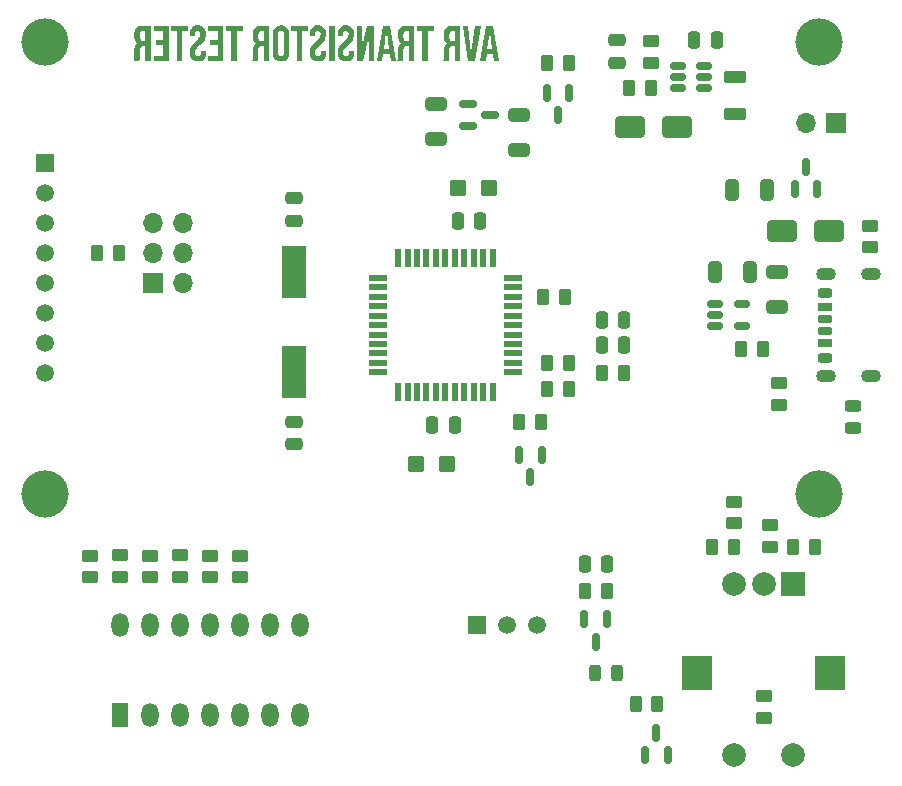
<source format=gbs>
%TF.GenerationSoftware,KiCad,Pcbnew,8.0.7*%
%TF.CreationDate,2024-12-15T20:11:51+01:00*%
%TF.ProjectId,transistor-tester,7472616e-7369-4737-946f-722d74657374,rev?*%
%TF.SameCoordinates,Original*%
%TF.FileFunction,Soldermask,Bot*%
%TF.FilePolarity,Negative*%
%FSLAX46Y46*%
G04 Gerber Fmt 4.6, Leading zero omitted, Abs format (unit mm)*
G04 Created by KiCad (PCBNEW 8.0.7) date 2024-12-15 20:11:51*
%MOMM*%
%LPD*%
G01*
G04 APERTURE LIST*
G04 Aperture macros list*
%AMRoundRect*
0 Rectangle with rounded corners*
0 $1 Rounding radius*
0 $2 $3 $4 $5 $6 $7 $8 $9 X,Y pos of 4 corners*
0 Add a 4 corners polygon primitive as box body*
4,1,4,$2,$3,$4,$5,$6,$7,$8,$9,$2,$3,0*
0 Add four circle primitives for the rounded corners*
1,1,$1+$1,$2,$3*
1,1,$1+$1,$4,$5*
1,1,$1+$1,$6,$7*
1,1,$1+$1,$8,$9*
0 Add four rect primitives between the rounded corners*
20,1,$1+$1,$2,$3,$4,$5,0*
20,1,$1+$1,$4,$5,$6,$7,0*
20,1,$1+$1,$6,$7,$8,$9,0*
20,1,$1+$1,$8,$9,$2,$3,0*%
G04 Aperture macros list end*
%ADD10C,0.150000*%
%ADD11R,2.000000X2.000000*%
%ADD12C,2.000000*%
%ADD13R,2.500000X3.000000*%
%ADD14C,4.000000*%
%ADD15R,1.500000X1.500000*%
%ADD16C,1.500000*%
%ADD17R,1.440000X2.000000*%
%ADD18O,1.440000X2.000000*%
%ADD19RoundRect,0.250000X-0.250000X-0.475000X0.250000X-0.475000X0.250000X0.475000X-0.250000X0.475000X0*%
%ADD20RoundRect,0.250000X0.450000X-0.262500X0.450000X0.262500X-0.450000X0.262500X-0.450000X-0.262500X0*%
%ADD21RoundRect,0.250000X-0.700000X0.275000X-0.700000X-0.275000X0.700000X-0.275000X0.700000X0.275000X0*%
%ADD22RoundRect,0.250000X0.325000X0.650000X-0.325000X0.650000X-0.325000X-0.650000X0.325000X-0.650000X0*%
%ADD23RoundRect,0.250000X0.475000X-0.250000X0.475000X0.250000X-0.475000X0.250000X-0.475000X-0.250000X0*%
%ADD24RoundRect,0.250000X0.250000X0.475000X-0.250000X0.475000X-0.250000X-0.475000X0.250000X-0.475000X0*%
%ADD25RoundRect,0.250000X-0.450000X-0.425000X0.450000X-0.425000X0.450000X0.425000X-0.450000X0.425000X0*%
%ADD26RoundRect,0.250000X-0.262500X-0.450000X0.262500X-0.450000X0.262500X0.450000X-0.262500X0.450000X0*%
%ADD27RoundRect,0.250000X0.450000X0.425000X-0.450000X0.425000X-0.450000X-0.425000X0.450000X-0.425000X0*%
%ADD28RoundRect,0.150000X-0.150000X0.587500X-0.150000X-0.587500X0.150000X-0.587500X0.150000X0.587500X0*%
%ADD29RoundRect,0.250000X-0.650000X0.325000X-0.650000X-0.325000X0.650000X-0.325000X0.650000X0.325000X0*%
%ADD30R,1.700000X1.700000*%
%ADD31O,1.700000X1.700000*%
%ADD32RoundRect,0.175000X-0.425000X0.175000X-0.425000X-0.175000X0.425000X-0.175000X0.425000X0.175000X0*%
%ADD33RoundRect,0.190000X0.410000X-0.190000X0.410000X0.190000X-0.410000X0.190000X-0.410000X-0.190000X0*%
%ADD34RoundRect,0.200000X0.400000X-0.200000X0.400000X0.200000X-0.400000X0.200000X-0.400000X-0.200000X0*%
%ADD35RoundRect,0.175000X0.425000X-0.175000X0.425000X0.175000X-0.425000X0.175000X-0.425000X-0.175000X0*%
%ADD36RoundRect,0.190000X-0.410000X0.190000X-0.410000X-0.190000X0.410000X-0.190000X0.410000X0.190000X0*%
%ADD37RoundRect,0.200000X-0.400000X0.200000X-0.400000X-0.200000X0.400000X-0.200000X0.400000X0.200000X0*%
%ADD38O,1.700000X1.100000*%
%ADD39RoundRect,0.250000X-0.325000X-0.650000X0.325000X-0.650000X0.325000X0.650000X-0.325000X0.650000X0*%
%ADD40RoundRect,0.250000X-0.450000X0.262500X-0.450000X-0.262500X0.450000X-0.262500X0.450000X0.262500X0*%
%ADD41RoundRect,0.150000X-0.587500X-0.150000X0.587500X-0.150000X0.587500X0.150000X-0.587500X0.150000X0*%
%ADD42RoundRect,0.150000X-0.512500X-0.150000X0.512500X-0.150000X0.512500X0.150000X-0.512500X0.150000X0*%
%ADD43RoundRect,0.250000X-0.475000X0.250000X-0.475000X-0.250000X0.475000X-0.250000X0.475000X0.250000X0*%
%ADD44RoundRect,0.243750X0.456250X-0.243750X0.456250X0.243750X-0.456250X0.243750X-0.456250X-0.243750X0*%
%ADD45RoundRect,0.250000X-1.000000X-0.650000X1.000000X-0.650000X1.000000X0.650000X-1.000000X0.650000X0*%
%ADD46RoundRect,0.250000X0.262500X0.450000X-0.262500X0.450000X-0.262500X-0.450000X0.262500X-0.450000X0*%
%ADD47RoundRect,0.243750X-0.243750X-0.456250X0.243750X-0.456250X0.243750X0.456250X-0.243750X0.456250X0*%
%ADD48R,1.500000X0.550000*%
%ADD49R,0.550000X1.500000*%
%ADD50RoundRect,0.150000X0.150000X-0.587500X0.150000X0.587500X-0.150000X0.587500X-0.150000X-0.587500X0*%
%ADD51RoundRect,0.250000X0.650000X-0.325000X0.650000X0.325000X-0.650000X0.325000X-0.650000X-0.325000X0*%
%ADD52R,2.000000X4.500000*%
G04 APERTURE END LIST*
D10*
G36*
X152222441Y-60831000D02*
G01*
X151791597Y-60831000D01*
X151707333Y-60268264D01*
X151179769Y-60268264D01*
X151095505Y-60831000D01*
X150630955Y-60831000D01*
X150791422Y-59846212D01*
X151234723Y-59846212D01*
X151652378Y-59846212D01*
X151450145Y-58406401D01*
X151441353Y-58406401D01*
X151234723Y-59846212D01*
X150791422Y-59846212D01*
X151112357Y-57876638D01*
X151741039Y-57876638D01*
X152222441Y-60831000D01*
G37*
G36*
X150657333Y-57876638D02*
G01*
X150189120Y-57876638D01*
X149885037Y-60178138D01*
X149876244Y-60178138D01*
X149572895Y-57876638D01*
X149146447Y-57876638D01*
X149593411Y-60831000D01*
X150209636Y-60831000D01*
X150657333Y-57876638D01*
G37*
G36*
X148931757Y-60831000D02*
G01*
X148467207Y-60831000D01*
X148467207Y-59564845D01*
X148306740Y-59564845D01*
X148215750Y-59572716D01*
X148081060Y-59645445D01*
X148028329Y-59774013D01*
X148015847Y-59927545D01*
X148015847Y-60468299D01*
X148015343Y-60544090D01*
X148007787Y-60696177D01*
X147973348Y-60831000D01*
X147500739Y-60831000D01*
X147504854Y-60821557D01*
X147543237Y-60677859D01*
X147547487Y-60624135D01*
X147551297Y-60472695D01*
X147551297Y-59954656D01*
X147555647Y-59830779D01*
X147575837Y-59681834D01*
X147620906Y-59537734D01*
X147629996Y-59518637D01*
X147722990Y-59401687D01*
X147859775Y-59331104D01*
X147859775Y-59323044D01*
X147805433Y-59297119D01*
X147686650Y-59198830D01*
X147605879Y-59058135D01*
X147566384Y-58900240D01*
X147555693Y-58739060D01*
X147555693Y-58602772D01*
X148020243Y-58602772D01*
X148020243Y-58830651D01*
X148028468Y-58935084D01*
X148089852Y-59070986D01*
X148151848Y-59114743D01*
X148298680Y-59142793D01*
X148467207Y-59142793D01*
X148467207Y-58298690D01*
X148256182Y-58298690D01*
X148212613Y-58301214D01*
X148077396Y-58370497D01*
X148038327Y-58450299D01*
X148020243Y-58602772D01*
X147555693Y-58602772D01*
X147555693Y-58557343D01*
X147559718Y-58453419D01*
X147582902Y-58305374D01*
X147633617Y-58165645D01*
X147720557Y-58043700D01*
X147814804Y-57970610D01*
X147949954Y-57913346D01*
X148095973Y-57884632D01*
X148243725Y-57876638D01*
X148931757Y-57876638D01*
X148931757Y-60831000D01*
G37*
G36*
X146206007Y-58298690D02*
G01*
X146691806Y-58298690D01*
X146691806Y-57876638D01*
X145256391Y-57876638D01*
X145256391Y-58298690D01*
X145742190Y-58298690D01*
X145742190Y-60831000D01*
X146206007Y-60831000D01*
X146206007Y-58298690D01*
G37*
G36*
X145042434Y-60831000D02*
G01*
X144577884Y-60831000D01*
X144577884Y-59564845D01*
X144417417Y-59564845D01*
X144326427Y-59572716D01*
X144191736Y-59645445D01*
X144139006Y-59774013D01*
X144126524Y-59927545D01*
X144126524Y-60468299D01*
X144126020Y-60544090D01*
X144118464Y-60696177D01*
X144084025Y-60831000D01*
X143611415Y-60831000D01*
X143615531Y-60821557D01*
X143653914Y-60677859D01*
X143658164Y-60624135D01*
X143661974Y-60472695D01*
X143661974Y-59954656D01*
X143666324Y-59830779D01*
X143686514Y-59681834D01*
X143731583Y-59537734D01*
X143740673Y-59518637D01*
X143833667Y-59401687D01*
X143970452Y-59331104D01*
X143970452Y-59323044D01*
X143916110Y-59297119D01*
X143797327Y-59198830D01*
X143716556Y-59058135D01*
X143677060Y-58900240D01*
X143666370Y-58739060D01*
X143666370Y-58602772D01*
X144130920Y-58602772D01*
X144130920Y-58830651D01*
X144139145Y-58935084D01*
X144200529Y-59070986D01*
X144262525Y-59114743D01*
X144409357Y-59142793D01*
X144577884Y-59142793D01*
X144577884Y-58298690D01*
X144366859Y-58298690D01*
X144323290Y-58301214D01*
X144188073Y-58370497D01*
X144149003Y-58450299D01*
X144130920Y-58602772D01*
X143666370Y-58602772D01*
X143666370Y-58557343D01*
X143670395Y-58453419D01*
X143693579Y-58305374D01*
X143744294Y-58165645D01*
X143831234Y-58043700D01*
X143925481Y-57970610D01*
X144060631Y-57913346D01*
X144206650Y-57884632D01*
X144354402Y-57876638D01*
X145042434Y-57876638D01*
X145042434Y-60831000D01*
G37*
G36*
X143473662Y-60831000D02*
G01*
X143042818Y-60831000D01*
X142958554Y-60268264D01*
X142430990Y-60268264D01*
X142346726Y-60831000D01*
X141882176Y-60831000D01*
X142042644Y-59846212D01*
X142485944Y-59846212D01*
X142903600Y-59846212D01*
X142701367Y-58406401D01*
X142692574Y-58406401D01*
X142485944Y-59846212D01*
X142042644Y-59846212D01*
X142363579Y-57876638D01*
X142992260Y-57876638D01*
X143473662Y-60831000D01*
G37*
G36*
X141668952Y-57876638D02*
G01*
X141086433Y-57876638D01*
X140635072Y-59661565D01*
X140626279Y-59661565D01*
X140626279Y-57876638D01*
X140213020Y-57876638D01*
X140213020Y-60831000D01*
X140690027Y-60831000D01*
X141246900Y-58704621D01*
X141254960Y-58704621D01*
X141254960Y-60831000D01*
X141668952Y-60831000D01*
X141668952Y-57876638D01*
G37*
G36*
X139271464Y-60877894D02*
G01*
X139430054Y-60865850D01*
X139583835Y-60823507D01*
X139711534Y-60750677D01*
X139782176Y-60685187D01*
X139865767Y-60563574D01*
X139922001Y-60415531D01*
X139949021Y-60261750D01*
X139955100Y-60132709D01*
X139955100Y-59963449D01*
X139516196Y-59963449D01*
X139516196Y-60167147D01*
X139492725Y-60319389D01*
X139392038Y-60433006D01*
X139275861Y-60455842D01*
X139131055Y-60416687D01*
X139097075Y-60386233D01*
X139041536Y-60248646D01*
X139035526Y-60159087D01*
X139051654Y-60004794D01*
X139104731Y-59858466D01*
X139119789Y-59831558D01*
X139211956Y-59706629D01*
X139315110Y-59597693D01*
X139431932Y-59490106D01*
X139549320Y-59381218D01*
X139663214Y-59262528D01*
X139765506Y-59136336D01*
X139833467Y-59030685D01*
X139893359Y-58896920D01*
X139931069Y-58752993D01*
X139946596Y-58598905D01*
X139947040Y-58566868D01*
X139935957Y-58400951D01*
X139902710Y-58254909D01*
X139838812Y-58114369D01*
X139769720Y-58022451D01*
X139643224Y-57920828D01*
X139502581Y-57861548D01*
X139356253Y-57834448D01*
X139254612Y-57829743D01*
X139098082Y-57841788D01*
X138946292Y-57884131D01*
X138807817Y-57966935D01*
X138750494Y-58022451D01*
X138667966Y-58144064D01*
X138612446Y-58292107D01*
X138585771Y-58445888D01*
X138579769Y-58574928D01*
X138579769Y-58698027D01*
X139018673Y-58698027D01*
X139018673Y-58544886D01*
X139037452Y-58399033D01*
X139078024Y-58322137D01*
X139209557Y-58254268D01*
X139250215Y-58251795D01*
X139391758Y-58291671D01*
X139471375Y-58424870D01*
X139482490Y-58535361D01*
X139463492Y-58681817D01*
X139406498Y-58818936D01*
X139396028Y-58836512D01*
X139302438Y-58959544D01*
X139198683Y-59067678D01*
X139081688Y-59175033D01*
X138963082Y-59284061D01*
X138848742Y-59403256D01*
X138747151Y-59530452D01*
X138680885Y-59637385D01*
X138622925Y-59773999D01*
X138586432Y-59924637D01*
X138571942Y-60072203D01*
X138570976Y-60123916D01*
X138579566Y-60275140D01*
X138610421Y-60428131D01*
X138671955Y-60574957D01*
X138750494Y-60682988D01*
X138864283Y-60777205D01*
X139003689Y-60840588D01*
X139149113Y-60871042D01*
X139271464Y-60877894D01*
G37*
G36*
X138313055Y-57876638D02*
G01*
X137848505Y-57876638D01*
X137848505Y-60831000D01*
X138313055Y-60831000D01*
X138313055Y-57876638D01*
G37*
G36*
X136903286Y-60877894D02*
G01*
X137061876Y-60865850D01*
X137215656Y-60823507D01*
X137343355Y-60750677D01*
X137413997Y-60685187D01*
X137497589Y-60563574D01*
X137553823Y-60415531D01*
X137580842Y-60261750D01*
X137586921Y-60132709D01*
X137586921Y-59963449D01*
X137148017Y-59963449D01*
X137148017Y-60167147D01*
X137124547Y-60319389D01*
X137023860Y-60433006D01*
X136907682Y-60455842D01*
X136762877Y-60416687D01*
X136728896Y-60386233D01*
X136673358Y-60248646D01*
X136667347Y-60159087D01*
X136683476Y-60004794D01*
X136736552Y-59858466D01*
X136751611Y-59831558D01*
X136843777Y-59706629D01*
X136946932Y-59597693D01*
X137063753Y-59490106D01*
X137181141Y-59381218D01*
X137295035Y-59262528D01*
X137397328Y-59136336D01*
X137465288Y-59030685D01*
X137525180Y-58896920D01*
X137562890Y-58752993D01*
X137578418Y-58598905D01*
X137578861Y-58566868D01*
X137567779Y-58400951D01*
X137534531Y-58254909D01*
X137470634Y-58114369D01*
X137401541Y-58022451D01*
X137275045Y-57920828D01*
X137134402Y-57861548D01*
X136988074Y-57834448D01*
X136886433Y-57829743D01*
X136729904Y-57841788D01*
X136578113Y-57884131D01*
X136439639Y-57966935D01*
X136382316Y-58022451D01*
X136299787Y-58144064D01*
X136244268Y-58292107D01*
X136217592Y-58445888D01*
X136211590Y-58574928D01*
X136211590Y-58698027D01*
X136650494Y-58698027D01*
X136650494Y-58544886D01*
X136669273Y-58399033D01*
X136709845Y-58322137D01*
X136841379Y-58254268D01*
X136882036Y-58251795D01*
X137023579Y-58291671D01*
X137103197Y-58424870D01*
X137114311Y-58535361D01*
X137095313Y-58681817D01*
X137038319Y-58818936D01*
X137027849Y-58836512D01*
X136934260Y-58959544D01*
X136830504Y-59067678D01*
X136713509Y-59175033D01*
X136594903Y-59284061D01*
X136480563Y-59403256D01*
X136378973Y-59530452D01*
X136312706Y-59637385D01*
X136254746Y-59773999D01*
X136218253Y-59924637D01*
X136203763Y-60072203D01*
X136202797Y-60123916D01*
X136211387Y-60275140D01*
X136242242Y-60428131D01*
X136303776Y-60574957D01*
X136382316Y-60682988D01*
X136496104Y-60777205D01*
X136635511Y-60840588D01*
X136780934Y-60871042D01*
X136903286Y-60877894D01*
G37*
G36*
X135581443Y-58298690D02*
G01*
X136067242Y-58298690D01*
X136067242Y-57876638D01*
X134631827Y-57876638D01*
X134631827Y-58298690D01*
X135117626Y-58298690D01*
X135117626Y-60831000D01*
X135581443Y-60831000D01*
X135581443Y-58298690D01*
G37*
G36*
X133886954Y-57836596D02*
G01*
X134032973Y-57867050D01*
X134173269Y-57930432D01*
X134288177Y-58024649D01*
X134367358Y-58132131D01*
X134429394Y-58277025D01*
X134460501Y-58427131D01*
X134469161Y-58574928D01*
X134469161Y-60132709D01*
X134462799Y-60260333D01*
X134434520Y-60412946D01*
X134375665Y-60560661D01*
X134288177Y-60682988D01*
X134214392Y-60749226D01*
X134082559Y-60822887D01*
X133925339Y-60865713D01*
X133764277Y-60877894D01*
X133641625Y-60871042D01*
X133495720Y-60840588D01*
X133355663Y-60777205D01*
X133241108Y-60682988D01*
X133161607Y-60575506D01*
X133099320Y-60430613D01*
X133068087Y-60280506D01*
X133059392Y-60132709D01*
X133059392Y-58574928D01*
X133060932Y-58544154D01*
X133523942Y-58544154D01*
X133523942Y-60163484D01*
X133535442Y-60277401D01*
X133617822Y-60414730D01*
X133764277Y-60455842D01*
X133880454Y-60432716D01*
X133981141Y-60317657D01*
X134004612Y-60163484D01*
X134004612Y-58544154D01*
X133993111Y-58430237D01*
X133910731Y-58292908D01*
X133764277Y-58251795D01*
X133648099Y-58274921D01*
X133547412Y-58389980D01*
X133523942Y-58544154D01*
X133060932Y-58544154D01*
X133065780Y-58447305D01*
X133094173Y-58294691D01*
X133153267Y-58146977D01*
X133241108Y-58024649D01*
X133314645Y-57958412D01*
X133446201Y-57884751D01*
X133603259Y-57841925D01*
X133764277Y-57829743D01*
X133886954Y-57836596D01*
G37*
G36*
X132756042Y-60831000D02*
G01*
X132291492Y-60831000D01*
X132291492Y-59564845D01*
X132131025Y-59564845D01*
X132040035Y-59572716D01*
X131905344Y-59645445D01*
X131852614Y-59774013D01*
X131840131Y-59927545D01*
X131840131Y-60468299D01*
X131839628Y-60544090D01*
X131832071Y-60696177D01*
X131797633Y-60831000D01*
X131325023Y-60831000D01*
X131329139Y-60821557D01*
X131367521Y-60677859D01*
X131371772Y-60624135D01*
X131375581Y-60472695D01*
X131375581Y-59954656D01*
X131379932Y-59830779D01*
X131400121Y-59681834D01*
X131445191Y-59537734D01*
X131454281Y-59518637D01*
X131547275Y-59401687D01*
X131684060Y-59331104D01*
X131684060Y-59323044D01*
X131629717Y-59297119D01*
X131510935Y-59198830D01*
X131430163Y-59058135D01*
X131390668Y-58900240D01*
X131379978Y-58739060D01*
X131379978Y-58602772D01*
X131844528Y-58602772D01*
X131844528Y-58830651D01*
X131852753Y-58935084D01*
X131914137Y-59070986D01*
X131976133Y-59114743D01*
X132122965Y-59142793D01*
X132291492Y-59142793D01*
X132291492Y-58298690D01*
X132080466Y-58298690D01*
X132036898Y-58301214D01*
X131901681Y-58370497D01*
X131862611Y-58450299D01*
X131844528Y-58602772D01*
X131379978Y-58602772D01*
X131379978Y-58557343D01*
X131384003Y-58453419D01*
X131407187Y-58305374D01*
X131457902Y-58165645D01*
X131544842Y-58043700D01*
X131639089Y-57970610D01*
X131774239Y-57913346D01*
X131920258Y-57884632D01*
X132068010Y-57876638D01*
X132756042Y-57876638D01*
X132756042Y-60831000D01*
G37*
G36*
X130030292Y-58298690D02*
G01*
X130516091Y-58298690D01*
X130516091Y-57876638D01*
X129080676Y-57876638D01*
X129080676Y-58298690D01*
X129566475Y-58298690D01*
X129566475Y-60831000D01*
X130030292Y-60831000D01*
X130030292Y-58298690D01*
G37*
G36*
X128866719Y-57876638D02*
G01*
X127600564Y-57876638D01*
X127600564Y-58298690D01*
X128402169Y-58298690D01*
X128402169Y-59095898D01*
X127764695Y-59095898D01*
X127764695Y-59517950D01*
X128402169Y-59517950D01*
X128402169Y-60408948D01*
X127600564Y-60408948D01*
X127600564Y-60831000D01*
X128866719Y-60831000D01*
X128866719Y-57876638D01*
G37*
G36*
X126730083Y-60877894D02*
G01*
X126888672Y-60865850D01*
X127042453Y-60823507D01*
X127170152Y-60750677D01*
X127240794Y-60685187D01*
X127324385Y-60563574D01*
X127380620Y-60415531D01*
X127407639Y-60261750D01*
X127413718Y-60132709D01*
X127413718Y-59963449D01*
X126974814Y-59963449D01*
X126974814Y-60167147D01*
X126951344Y-60319389D01*
X126850656Y-60433006D01*
X126734479Y-60455842D01*
X126589673Y-60416687D01*
X126555693Y-60386233D01*
X126500155Y-60248646D01*
X126494144Y-60159087D01*
X126510273Y-60004794D01*
X126563349Y-59858466D01*
X126578408Y-59831558D01*
X126670574Y-59706629D01*
X126773729Y-59597693D01*
X126890550Y-59490106D01*
X127007938Y-59381218D01*
X127121832Y-59262528D01*
X127224125Y-59136336D01*
X127292085Y-59030685D01*
X127351977Y-58896920D01*
X127389687Y-58752993D01*
X127405215Y-58598905D01*
X127405658Y-58566868D01*
X127394576Y-58400951D01*
X127361328Y-58254909D01*
X127297431Y-58114369D01*
X127228338Y-58022451D01*
X127101842Y-57920828D01*
X126961199Y-57861548D01*
X126814871Y-57834448D01*
X126713230Y-57829743D01*
X126556701Y-57841788D01*
X126404910Y-57884131D01*
X126266436Y-57966935D01*
X126209113Y-58022451D01*
X126126584Y-58144064D01*
X126071065Y-58292107D01*
X126044389Y-58445888D01*
X126038387Y-58574928D01*
X126038387Y-58698027D01*
X126477291Y-58698027D01*
X126477291Y-58544886D01*
X126496070Y-58399033D01*
X126536642Y-58322137D01*
X126668176Y-58254268D01*
X126708833Y-58251795D01*
X126850376Y-58291671D01*
X126929994Y-58424870D01*
X126941108Y-58535361D01*
X126922110Y-58681817D01*
X126865116Y-58818936D01*
X126854646Y-58836512D01*
X126761057Y-58959544D01*
X126657301Y-59067678D01*
X126540306Y-59175033D01*
X126421700Y-59284061D01*
X126307360Y-59403256D01*
X126205769Y-59530452D01*
X126139503Y-59637385D01*
X126081543Y-59773999D01*
X126045050Y-59924637D01*
X126030560Y-60072203D01*
X126029594Y-60123916D01*
X126038184Y-60275140D01*
X126069039Y-60428131D01*
X126130573Y-60574957D01*
X126209113Y-60682988D01*
X126322901Y-60777205D01*
X126462307Y-60840588D01*
X126607731Y-60871042D01*
X126730083Y-60877894D01*
G37*
G36*
X125408240Y-58298690D02*
G01*
X125894039Y-58298690D01*
X125894039Y-57876638D01*
X124458624Y-57876638D01*
X124458624Y-58298690D01*
X124944423Y-58298690D01*
X124944423Y-60831000D01*
X125408240Y-60831000D01*
X125408240Y-58298690D01*
G37*
G36*
X124244667Y-57876638D02*
G01*
X122978512Y-57876638D01*
X122978512Y-58298690D01*
X123780117Y-58298690D01*
X123780117Y-59095898D01*
X123142644Y-59095898D01*
X123142644Y-59517950D01*
X123780117Y-59517950D01*
X123780117Y-60408948D01*
X122978512Y-60408948D01*
X122978512Y-60831000D01*
X124244667Y-60831000D01*
X124244667Y-57876638D01*
G37*
G36*
X122720592Y-60831000D02*
G01*
X122256042Y-60831000D01*
X122256042Y-59564845D01*
X122095575Y-59564845D01*
X122004585Y-59572716D01*
X121869894Y-59645445D01*
X121817163Y-59774013D01*
X121804681Y-59927545D01*
X121804681Y-60468299D01*
X121804178Y-60544090D01*
X121796621Y-60696177D01*
X121762183Y-60831000D01*
X121289573Y-60831000D01*
X121293689Y-60821557D01*
X121332071Y-60677859D01*
X121336322Y-60624135D01*
X121340131Y-60472695D01*
X121340131Y-59954656D01*
X121344482Y-59830779D01*
X121364671Y-59681834D01*
X121409741Y-59537734D01*
X121418831Y-59518637D01*
X121511825Y-59401687D01*
X121648610Y-59331104D01*
X121648610Y-59323044D01*
X121594267Y-59297119D01*
X121475485Y-59198830D01*
X121394713Y-59058135D01*
X121355218Y-58900240D01*
X121344528Y-58739060D01*
X121344528Y-58602772D01*
X121809078Y-58602772D01*
X121809078Y-58830651D01*
X121817303Y-58935084D01*
X121878687Y-59070986D01*
X121940683Y-59114743D01*
X122087515Y-59142793D01*
X122256042Y-59142793D01*
X122256042Y-58298690D01*
X122045016Y-58298690D01*
X122001448Y-58301214D01*
X121866230Y-58370497D01*
X121827161Y-58450299D01*
X121809078Y-58602772D01*
X121344528Y-58602772D01*
X121344528Y-58557343D01*
X121348553Y-58453419D01*
X121371737Y-58305374D01*
X121422452Y-58165645D01*
X121509392Y-58043700D01*
X121603639Y-57970610D01*
X121738789Y-57913346D01*
X121884808Y-57884632D01*
X122032560Y-57876638D01*
X122720592Y-57876638D01*
X122720592Y-60831000D01*
G37*
D11*
%TO.C,SW1*%
X177125000Y-105145000D03*
D12*
X172125000Y-105145000D03*
X174625000Y-105145000D03*
D13*
X180225000Y-112645000D03*
X169025000Y-112645000D03*
D12*
X177125000Y-119645000D03*
X172125000Y-119645000D03*
%TD*%
D14*
%TO.C,J7*%
X113792000Y-59236000D03*
X113792000Y-97536000D03*
X179292000Y-59236000D03*
X179292000Y-97536000D03*
D15*
X113772000Y-69486000D03*
D16*
X113772000Y-72026000D03*
X113772000Y-74566000D03*
X113772000Y-77106000D03*
X113772000Y-79646000D03*
X113772000Y-82186000D03*
X113772000Y-84726000D03*
X113772000Y-87266000D03*
%TD*%
D15*
%TO.C,J5*%
X150368000Y-108585000D03*
D16*
X152908000Y-108585000D03*
X155448000Y-108585000D03*
%TD*%
D17*
%TO.C,J4*%
X120142000Y-116205000D03*
D18*
X122682000Y-116205000D03*
X125222000Y-116205000D03*
X127762000Y-116205000D03*
X130302000Y-116205000D03*
X132842000Y-116205000D03*
X135382000Y-116205000D03*
X135382000Y-108585000D03*
X132842000Y-108585000D03*
X130302000Y-108585000D03*
X127762000Y-108585000D03*
X125222000Y-108585000D03*
X122682000Y-108585000D03*
X120142000Y-108585000D03*
%TD*%
D19*
%TO.C,C11*%
X160924200Y-84886800D03*
X162824200Y-84886800D03*
%TD*%
D20*
%TO.C,R4*%
X165049200Y-60985400D03*
X165049200Y-59160400D03*
%TD*%
D21*
%TO.C,L1*%
X172212000Y-62204600D03*
X172212000Y-65354600D03*
%TD*%
D22*
%TO.C,C3*%
X174904400Y-71729600D03*
X171954400Y-71729600D03*
%TD*%
D19*
%TO.C,C6*%
X148717000Y-74422000D03*
X150617000Y-74422000D03*
%TD*%
D23*
%TO.C,C5*%
X162204400Y-61010800D03*
X162204400Y-59110800D03*
%TD*%
D24*
%TO.C,C7*%
X148463000Y-91694000D03*
X146563000Y-91694000D03*
%TD*%
D25*
%TO.C,C17*%
X148717000Y-71628000D03*
X151417000Y-71628000D03*
%TD*%
D26*
%TO.C,R6*%
X118190000Y-77089000D03*
X120015000Y-77089000D03*
%TD*%
D27*
%TO.C,C15*%
X147861000Y-94996000D03*
X145161000Y-94996000D03*
%TD*%
D28*
%TO.C,Q2*%
X156277900Y-63527700D03*
X158177900Y-63527700D03*
X157227900Y-65402700D03*
%TD*%
D29*
%TO.C,C12*%
X153875100Y-65426800D03*
X153875100Y-68376800D03*
%TD*%
D30*
%TO.C,J2*%
X180746400Y-66090800D03*
D31*
X178206400Y-66090800D03*
%TD*%
D32*
%TO.C,J1*%
X179796400Y-82710400D03*
D33*
X179796400Y-84730400D03*
D34*
X179796400Y-85960400D03*
D35*
X179796400Y-83710400D03*
D36*
X179796400Y-81690400D03*
D37*
X179796400Y-80460400D03*
D38*
X183676400Y-78890400D03*
X179876400Y-78890400D03*
X183676400Y-87530400D03*
X179876400Y-87530400D03*
%TD*%
D39*
%TO.C,C1*%
X170481200Y-78740000D03*
X173431200Y-78740000D03*
%TD*%
D30*
%TO.C,J3*%
X122936000Y-79629000D03*
D31*
X125476000Y-79629000D03*
X122936000Y-77089000D03*
X125476000Y-77089000D03*
X122936000Y-74549000D03*
X125476000Y-74549000D03*
%TD*%
D40*
%TO.C,R9*%
X120142000Y-102696000D03*
X120142000Y-104521000D03*
%TD*%
D41*
%TO.C,U5*%
X149561700Y-66378600D03*
X149561700Y-64478600D03*
X151436700Y-65428600D03*
%TD*%
D42*
%TO.C,U2*%
X170484800Y-83281600D03*
X170484800Y-82331600D03*
X170484800Y-81381600D03*
X172759800Y-81381600D03*
X172759800Y-83281600D03*
%TD*%
D40*
%TO.C,R10*%
X122682000Y-102719500D03*
X122682000Y-104544500D03*
%TD*%
D43*
%TO.C,C10*%
X134823200Y-91404400D03*
X134823200Y-93304400D03*
%TD*%
D44*
%TO.C,D4*%
X182191900Y-91894900D03*
X182191900Y-90019900D03*
%TD*%
D45*
%TO.C,D1*%
X176174400Y-75209400D03*
X180174400Y-75209400D03*
%TD*%
D26*
%TO.C,R22*%
X159524100Y-105691700D03*
X161349100Y-105691700D03*
%TD*%
%TO.C,R24*%
X163783000Y-115316000D03*
X165608000Y-115316000D03*
%TD*%
D40*
%TO.C,R2*%
X183667400Y-74804900D03*
X183667400Y-76629900D03*
%TD*%
D46*
%TO.C,R5*%
X155749000Y-91440000D03*
X153924000Y-91440000D03*
%TD*%
D28*
%TO.C,U4*%
X153924000Y-94234000D03*
X155824000Y-94234000D03*
X154874000Y-96109000D03*
%TD*%
D19*
%TO.C,C14*%
X159486600Y-103456500D03*
X161386600Y-103456500D03*
%TD*%
D24*
%TO.C,C4*%
X170637200Y-59055000D03*
X168737200Y-59055000D03*
%TD*%
D40*
%TO.C,R11*%
X125222000Y-102696000D03*
X125222000Y-104521000D03*
%TD*%
%TO.C,R8*%
X117602000Y-102719500D03*
X117602000Y-104544500D03*
%TD*%
D47*
%TO.C,D3*%
X160375600Y-112623600D03*
X162250600Y-112623600D03*
%TD*%
D40*
%TO.C,R12*%
X127762000Y-102719500D03*
X127762000Y-104544500D03*
%TD*%
%TO.C,R21*%
X174625000Y-114634000D03*
X174625000Y-116459000D03*
%TD*%
D48*
%TO.C,U1*%
X141975600Y-87210400D03*
X141975600Y-86410400D03*
X141975600Y-85610400D03*
X141975600Y-84810400D03*
X141975600Y-84010400D03*
X141975600Y-83210400D03*
X141975600Y-82410400D03*
X141975600Y-81610400D03*
X141975600Y-80810400D03*
X141975600Y-80010400D03*
X141975600Y-79210400D03*
D49*
X143675600Y-77510400D03*
X144475600Y-77510400D03*
X145275600Y-77510400D03*
X146075600Y-77510400D03*
X146875600Y-77510400D03*
X147675600Y-77510400D03*
X148475600Y-77510400D03*
X149275600Y-77510400D03*
X150075600Y-77510400D03*
X150875600Y-77510400D03*
X151675600Y-77510400D03*
D48*
X153375600Y-79210400D03*
X153375600Y-80010400D03*
X153375600Y-80810400D03*
X153375600Y-81610400D03*
X153375600Y-82410400D03*
X153375600Y-83210400D03*
X153375600Y-84010400D03*
X153375600Y-84810400D03*
X153375600Y-85610400D03*
X153375600Y-86410400D03*
X153375600Y-87210400D03*
D49*
X151675600Y-88910400D03*
X150875600Y-88910400D03*
X150075600Y-88910400D03*
X149275600Y-88910400D03*
X148475600Y-88910400D03*
X147675600Y-88910400D03*
X146875600Y-88910400D03*
X146075600Y-88910400D03*
X145275600Y-88910400D03*
X144475600Y-88910400D03*
X143675600Y-88910400D03*
%TD*%
D28*
%TO.C,Q3*%
X159451000Y-108130100D03*
X161351000Y-108130100D03*
X160401000Y-110005100D03*
%TD*%
D29*
%TO.C,C13*%
X146915500Y-64514200D03*
X146915500Y-67464200D03*
%TD*%
D26*
%TO.C,R3*%
X163224200Y-63144400D03*
X165049200Y-63144400D03*
%TD*%
D20*
%TO.C,R15*%
X175158400Y-101955600D03*
X175158400Y-100130600D03*
%TD*%
D45*
%TO.C,D2*%
X163271200Y-66446400D03*
X167271200Y-66446400D03*
%TD*%
D50*
%TO.C,Q4*%
X166497000Y-119634000D03*
X164597000Y-119634000D03*
X165547000Y-117759000D03*
%TD*%
D42*
%TO.C,U3*%
X167340700Y-63158400D03*
X167340700Y-62208400D03*
X167340700Y-61258400D03*
X169615700Y-61258400D03*
X169615700Y-62208400D03*
X169615700Y-63158400D03*
%TD*%
D50*
%TO.C,Q1*%
X179156400Y-71701900D03*
X177256400Y-71701900D03*
X178206400Y-69826900D03*
%TD*%
D46*
%TO.C,R18*%
X158138500Y-88646000D03*
X156313500Y-88646000D03*
%TD*%
D26*
%TO.C,R19*%
X156298600Y-86395800D03*
X158123600Y-86395800D03*
%TD*%
%TO.C,R1*%
X172720000Y-85242400D03*
X174545000Y-85242400D03*
%TD*%
D46*
%TO.C,R20*%
X158140400Y-61010800D03*
X156315400Y-61010800D03*
%TD*%
D20*
%TO.C,R14*%
X172110400Y-99974400D03*
X172110400Y-98149400D03*
%TD*%
D26*
%TO.C,R7*%
X160961700Y-87223600D03*
X162786700Y-87223600D03*
%TD*%
D51*
%TO.C,C2*%
X175793400Y-81686400D03*
X175793400Y-78736400D03*
%TD*%
D46*
%TO.C,R17*%
X178964600Y-101955600D03*
X177139600Y-101955600D03*
%TD*%
D26*
%TO.C,R23*%
X155956000Y-80807800D03*
X157781000Y-80807800D03*
%TD*%
D23*
%TO.C,C9*%
X134823200Y-74356000D03*
X134823200Y-72456000D03*
%TD*%
D19*
%TO.C,C8*%
X160909000Y-82804000D03*
X162809000Y-82804000D03*
%TD*%
D46*
%TO.C,R16*%
X172110400Y-101955600D03*
X170285400Y-101955600D03*
%TD*%
D40*
%TO.C,R13*%
X130302000Y-102719500D03*
X130302000Y-104544500D03*
%TD*%
%TO.C,R25*%
X175920400Y-88139900D03*
X175920400Y-89964900D03*
%TD*%
D52*
%TO.C,Y1*%
X134823200Y-78706400D03*
X134823200Y-87206400D03*
%TD*%
M02*

</source>
